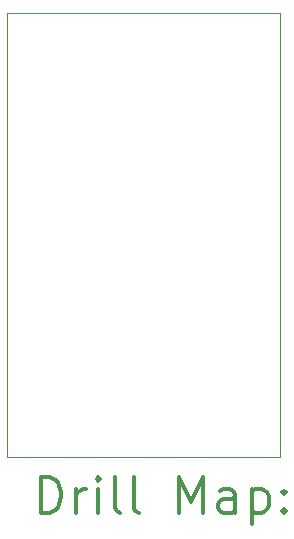
<source format=gbr>
%FSLAX45Y45*%
G04 Gerber Fmt 4.5, Leading zero omitted, Abs format (unit mm)*
G04 Created by KiCad (PCBNEW 5.1.12-84ad8e8a86~92~ubuntu20.04.1) date 2022-05-17 18:42:12*
%MOMM*%
%LPD*%
G01*
G04 APERTURE LIST*
%TA.AperFunction,Profile*%
%ADD10C,0.050000*%
%TD*%
%ADD11C,0.200000*%
%ADD12C,0.300000*%
G04 APERTURE END LIST*
D10*
X12776200Y-10896600D02*
X12776200Y-7137400D01*
X15087600Y-10896600D02*
X12776200Y-10896600D01*
X15087600Y-7137400D02*
X15087600Y-10896600D01*
X12776200Y-7137400D02*
X15087600Y-7137400D01*
D11*
D12*
X13060128Y-11364814D02*
X13060128Y-11064814D01*
X13131557Y-11064814D01*
X13174414Y-11079100D01*
X13202986Y-11107672D01*
X13217271Y-11136243D01*
X13231557Y-11193386D01*
X13231557Y-11236243D01*
X13217271Y-11293386D01*
X13202986Y-11321957D01*
X13174414Y-11350529D01*
X13131557Y-11364814D01*
X13060128Y-11364814D01*
X13360128Y-11364814D02*
X13360128Y-11164814D01*
X13360128Y-11221957D02*
X13374414Y-11193386D01*
X13388700Y-11179100D01*
X13417271Y-11164814D01*
X13445843Y-11164814D01*
X13545843Y-11364814D02*
X13545843Y-11164814D01*
X13545843Y-11064814D02*
X13531557Y-11079100D01*
X13545843Y-11093386D01*
X13560128Y-11079100D01*
X13545843Y-11064814D01*
X13545843Y-11093386D01*
X13731557Y-11364814D02*
X13702986Y-11350529D01*
X13688700Y-11321957D01*
X13688700Y-11064814D01*
X13888700Y-11364814D02*
X13860128Y-11350529D01*
X13845843Y-11321957D01*
X13845843Y-11064814D01*
X14231557Y-11364814D02*
X14231557Y-11064814D01*
X14331557Y-11279100D01*
X14431557Y-11064814D01*
X14431557Y-11364814D01*
X14702986Y-11364814D02*
X14702986Y-11207671D01*
X14688700Y-11179100D01*
X14660128Y-11164814D01*
X14602986Y-11164814D01*
X14574414Y-11179100D01*
X14702986Y-11350529D02*
X14674414Y-11364814D01*
X14602986Y-11364814D01*
X14574414Y-11350529D01*
X14560128Y-11321957D01*
X14560128Y-11293386D01*
X14574414Y-11264814D01*
X14602986Y-11250529D01*
X14674414Y-11250529D01*
X14702986Y-11236243D01*
X14845843Y-11164814D02*
X14845843Y-11464814D01*
X14845843Y-11179100D02*
X14874414Y-11164814D01*
X14931557Y-11164814D01*
X14960128Y-11179100D01*
X14974414Y-11193386D01*
X14988700Y-11221957D01*
X14988700Y-11307671D01*
X14974414Y-11336243D01*
X14960128Y-11350529D01*
X14931557Y-11364814D01*
X14874414Y-11364814D01*
X14845843Y-11350529D01*
X15117271Y-11336243D02*
X15131557Y-11350529D01*
X15117271Y-11364814D01*
X15102986Y-11350529D01*
X15117271Y-11336243D01*
X15117271Y-11364814D01*
X15117271Y-11179100D02*
X15131557Y-11193386D01*
X15117271Y-11207671D01*
X15102986Y-11193386D01*
X15117271Y-11179100D01*
X15117271Y-11207671D01*
M02*

</source>
